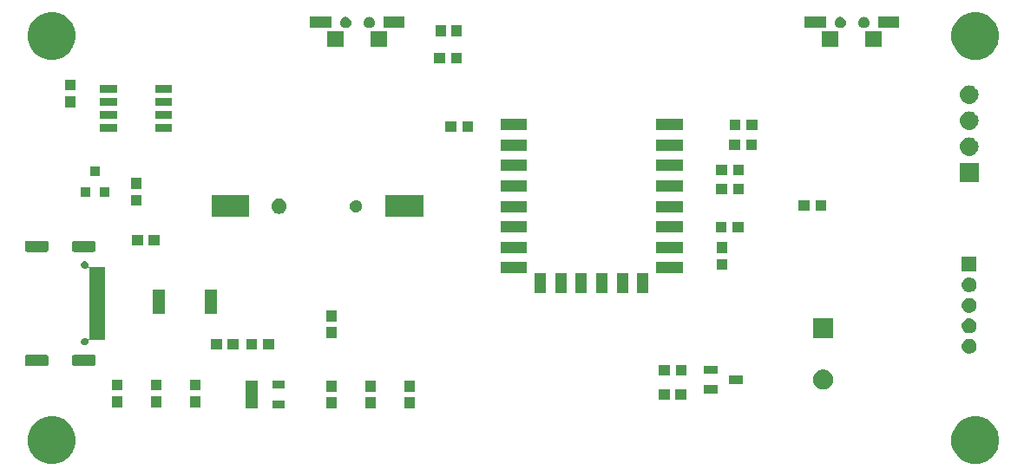
<source format=gbr>
G04 #@! TF.GenerationSoftware,KiCad,Pcbnew,(5.1.4)-1*
G04 #@! TF.CreationDate,2019-12-25T11:40:05+08:00*
G04 #@! TF.ProjectId,matrix_control_main,6d617472-6978-45f6-936f-6e74726f6c5f,rev?*
G04 #@! TF.SameCoordinates,Original*
G04 #@! TF.FileFunction,Soldermask,Top*
G04 #@! TF.FilePolarity,Negative*
%FSLAX46Y46*%
G04 Gerber Fmt 4.6, Leading zero omitted, Abs format (unit mm)*
G04 Created by KiCad (PCBNEW (5.1.4)-1) date 2019-12-25 11:40:05*
%MOMM*%
%LPD*%
G04 APERTURE LIST*
%ADD10C,0.100000*%
G04 APERTURE END LIST*
D10*
G36*
X175279927Y-119078578D02*
G01*
X175455643Y-119151362D01*
X175704143Y-119254294D01*
X176085926Y-119509394D01*
X176410606Y-119834074D01*
X176665706Y-120215857D01*
X176768638Y-120464357D01*
X176841422Y-120640073D01*
X176931000Y-121090415D01*
X176931000Y-121549585D01*
X176841422Y-121999927D01*
X176768638Y-122175643D01*
X176665706Y-122424143D01*
X176410606Y-122805926D01*
X176085926Y-123130606D01*
X175704143Y-123385706D01*
X175455643Y-123488638D01*
X175279927Y-123561422D01*
X174829585Y-123651000D01*
X174370415Y-123651000D01*
X173920073Y-123561422D01*
X173744357Y-123488638D01*
X173495857Y-123385706D01*
X173114074Y-123130606D01*
X172789394Y-122805926D01*
X172534294Y-122424143D01*
X172431362Y-122175643D01*
X172358578Y-121999927D01*
X172269000Y-121549585D01*
X172269000Y-121090415D01*
X172358578Y-120640073D01*
X172431362Y-120464357D01*
X172534294Y-120215857D01*
X172789394Y-119834074D01*
X173114074Y-119509394D01*
X173495857Y-119254294D01*
X173744357Y-119151362D01*
X173920073Y-119078578D01*
X174370415Y-118989000D01*
X174829585Y-118989000D01*
X175279927Y-119078578D01*
X175279927Y-119078578D01*
G37*
G36*
X85179927Y-119078578D02*
G01*
X85355643Y-119151362D01*
X85604143Y-119254294D01*
X85985926Y-119509394D01*
X86310606Y-119834074D01*
X86565706Y-120215857D01*
X86668638Y-120464357D01*
X86741422Y-120640073D01*
X86831000Y-121090415D01*
X86831000Y-121549585D01*
X86741422Y-121999927D01*
X86668638Y-122175643D01*
X86565706Y-122424143D01*
X86310606Y-122805926D01*
X85985926Y-123130606D01*
X85604143Y-123385706D01*
X85355643Y-123488638D01*
X85179927Y-123561422D01*
X84729585Y-123651000D01*
X84270415Y-123651000D01*
X83820073Y-123561422D01*
X83644357Y-123488638D01*
X83395857Y-123385706D01*
X83014074Y-123130606D01*
X82689394Y-122805926D01*
X82434294Y-122424143D01*
X82331362Y-122175643D01*
X82258578Y-121999927D01*
X82169000Y-121549585D01*
X82169000Y-121090415D01*
X82258578Y-120640073D01*
X82331362Y-120464357D01*
X82434294Y-120215857D01*
X82689394Y-119834074D01*
X83014074Y-119509394D01*
X83395857Y-119254294D01*
X83644357Y-119151362D01*
X83820073Y-119078578D01*
X84270415Y-118989000D01*
X84729585Y-118989000D01*
X85179927Y-119078578D01*
X85179927Y-119078578D01*
G37*
G36*
X112271000Y-118193500D02*
G01*
X111249000Y-118193500D01*
X111249000Y-117126500D01*
X112271000Y-117126500D01*
X112271000Y-118193500D01*
X112271000Y-118193500D01*
G37*
G36*
X116081000Y-118193500D02*
G01*
X115059000Y-118193500D01*
X115059000Y-117126500D01*
X116081000Y-117126500D01*
X116081000Y-118193500D01*
X116081000Y-118193500D01*
G37*
G36*
X119891000Y-118193500D02*
G01*
X118869000Y-118193500D01*
X118869000Y-117126500D01*
X119891000Y-117126500D01*
X119891000Y-118193500D01*
X119891000Y-118193500D01*
G37*
G36*
X107189400Y-118183780D02*
G01*
X106027400Y-118183780D01*
X106027400Y-117431780D01*
X107189400Y-117431780D01*
X107189400Y-118183780D01*
X107189400Y-118183780D01*
G37*
G36*
X104589400Y-118183780D02*
G01*
X103427400Y-118183780D01*
X103427400Y-115531780D01*
X104589400Y-115531780D01*
X104589400Y-118183780D01*
X104589400Y-118183780D01*
G37*
G36*
X95191000Y-118083500D02*
G01*
X94169000Y-118083500D01*
X94169000Y-117016500D01*
X95191000Y-117016500D01*
X95191000Y-118083500D01*
X95191000Y-118083500D01*
G37*
G36*
X91381000Y-118083500D02*
G01*
X90359000Y-118083500D01*
X90359000Y-117016500D01*
X91381000Y-117016500D01*
X91381000Y-118083500D01*
X91381000Y-118083500D01*
G37*
G36*
X99001000Y-118083500D02*
G01*
X97979000Y-118083500D01*
X97979000Y-117016500D01*
X99001000Y-117016500D01*
X99001000Y-118083500D01*
X99001000Y-118083500D01*
G37*
G36*
X144764860Y-117396720D02*
G01*
X143697860Y-117396720D01*
X143697860Y-116374720D01*
X144764860Y-116374720D01*
X144764860Y-117396720D01*
X144764860Y-117396720D01*
G37*
G36*
X146404860Y-117396720D02*
G01*
X145337860Y-117396720D01*
X145337860Y-116374720D01*
X146404860Y-116374720D01*
X146404860Y-117396720D01*
X146404860Y-117396720D01*
G37*
G36*
X149418080Y-116755900D02*
G01*
X148066080Y-116755900D01*
X148066080Y-115953900D01*
X149418080Y-115953900D01*
X149418080Y-116755900D01*
X149418080Y-116755900D01*
G37*
G36*
X112271000Y-116553500D02*
G01*
X111249000Y-116553500D01*
X111249000Y-115486500D01*
X112271000Y-115486500D01*
X112271000Y-116553500D01*
X112271000Y-116553500D01*
G37*
G36*
X119891000Y-116553500D02*
G01*
X118869000Y-116553500D01*
X118869000Y-115486500D01*
X119891000Y-115486500D01*
X119891000Y-116553500D01*
X119891000Y-116553500D01*
G37*
G36*
X116081000Y-116553500D02*
G01*
X115059000Y-116553500D01*
X115059000Y-115486500D01*
X116081000Y-115486500D01*
X116081000Y-116553500D01*
X116081000Y-116553500D01*
G37*
G36*
X99001000Y-116443500D02*
G01*
X97979000Y-116443500D01*
X97979000Y-115376500D01*
X99001000Y-115376500D01*
X99001000Y-116443500D01*
X99001000Y-116443500D01*
G37*
G36*
X95191000Y-116443500D02*
G01*
X94169000Y-116443500D01*
X94169000Y-115376500D01*
X95191000Y-115376500D01*
X95191000Y-116443500D01*
X95191000Y-116443500D01*
G37*
G36*
X91381000Y-116443500D02*
G01*
X90359000Y-116443500D01*
X90359000Y-115376500D01*
X91381000Y-115376500D01*
X91381000Y-116443500D01*
X91381000Y-116443500D01*
G37*
G36*
X160027827Y-114447367D02*
G01*
X160027830Y-114447368D01*
X160027829Y-114447368D01*
X160205449Y-114520940D01*
X160205450Y-114520941D01*
X160365301Y-114627749D01*
X160501251Y-114763699D01*
X160562857Y-114855900D01*
X160608060Y-114923551D01*
X160619305Y-114950700D01*
X160681633Y-115101173D01*
X160719140Y-115289731D01*
X160719140Y-115481989D01*
X160681633Y-115670547D01*
X160681632Y-115670549D01*
X160608060Y-115848169D01*
X160608059Y-115848170D01*
X160501251Y-116008021D01*
X160365301Y-116143971D01*
X160232031Y-116233018D01*
X160205449Y-116250780D01*
X160125779Y-116283780D01*
X160027827Y-116324353D01*
X159839269Y-116361860D01*
X159647011Y-116361860D01*
X159458453Y-116324353D01*
X159360501Y-116283780D01*
X159280831Y-116250780D01*
X159254249Y-116233018D01*
X159120979Y-116143971D01*
X158985029Y-116008021D01*
X158878221Y-115848170D01*
X158878220Y-115848169D01*
X158804648Y-115670549D01*
X158804647Y-115670547D01*
X158767140Y-115481989D01*
X158767140Y-115289731D01*
X158804647Y-115101173D01*
X158866975Y-114950700D01*
X158878220Y-114923551D01*
X158923423Y-114855900D01*
X158985029Y-114763699D01*
X159120979Y-114627749D01*
X159280830Y-114520941D01*
X159280831Y-114520940D01*
X159458451Y-114447368D01*
X159458450Y-114447368D01*
X159458453Y-114447367D01*
X159647011Y-114409860D01*
X159839269Y-114409860D01*
X160027827Y-114447367D01*
X160027827Y-114447367D01*
G37*
G36*
X107189400Y-116283780D02*
G01*
X106027400Y-116283780D01*
X106027400Y-115531780D01*
X107189400Y-115531780D01*
X107189400Y-116283780D01*
X107189400Y-116283780D01*
G37*
G36*
X151918080Y-115805900D02*
G01*
X150566080Y-115805900D01*
X150566080Y-115003900D01*
X151918080Y-115003900D01*
X151918080Y-115805900D01*
X151918080Y-115805900D01*
G37*
G36*
X146448880Y-114950700D02*
G01*
X145381880Y-114950700D01*
X145381880Y-113928700D01*
X146448880Y-113928700D01*
X146448880Y-114950700D01*
X146448880Y-114950700D01*
G37*
G36*
X144808880Y-114950700D02*
G01*
X143741880Y-114950700D01*
X143741880Y-113928700D01*
X144808880Y-113928700D01*
X144808880Y-114950700D01*
X144808880Y-114950700D01*
G37*
G36*
X149418080Y-114855900D02*
G01*
X148066080Y-114855900D01*
X148066080Y-114053900D01*
X149418080Y-114053900D01*
X149418080Y-114855900D01*
X149418080Y-114855900D01*
G37*
G36*
X88599434Y-112978686D02*
G01*
X88639284Y-112990774D01*
X88675999Y-113010399D01*
X88708186Y-113036814D01*
X88734601Y-113069001D01*
X88754226Y-113105716D01*
X88766314Y-113145566D01*
X88771000Y-113193141D01*
X88771000Y-113856859D01*
X88766314Y-113904434D01*
X88754226Y-113944284D01*
X88734601Y-113980999D01*
X88708186Y-114013186D01*
X88675999Y-114039601D01*
X88639284Y-114059226D01*
X88599434Y-114071314D01*
X88551859Y-114076000D01*
X86688141Y-114076000D01*
X86640566Y-114071314D01*
X86600716Y-114059226D01*
X86564001Y-114039601D01*
X86531814Y-114013186D01*
X86505399Y-113980999D01*
X86485774Y-113944284D01*
X86473686Y-113904434D01*
X86469000Y-113856859D01*
X86469000Y-113193141D01*
X86473686Y-113145566D01*
X86485774Y-113105716D01*
X86505399Y-113069001D01*
X86531814Y-113036814D01*
X86564001Y-113010399D01*
X86600716Y-112990774D01*
X86640566Y-112978686D01*
X86688141Y-112974000D01*
X88551859Y-112974000D01*
X88599434Y-112978686D01*
X88599434Y-112978686D01*
G37*
G36*
X83999434Y-112978686D02*
G01*
X84039284Y-112990774D01*
X84075999Y-113010399D01*
X84108186Y-113036814D01*
X84134601Y-113069001D01*
X84154226Y-113105716D01*
X84166314Y-113145566D01*
X84171000Y-113193141D01*
X84171000Y-113856859D01*
X84166314Y-113904434D01*
X84154226Y-113944284D01*
X84134601Y-113980999D01*
X84108186Y-114013186D01*
X84075999Y-114039601D01*
X84039284Y-114059226D01*
X83999434Y-114071314D01*
X83951859Y-114076000D01*
X82088141Y-114076000D01*
X82040566Y-114071314D01*
X82000716Y-114059226D01*
X81964001Y-114039601D01*
X81931814Y-114013186D01*
X81905399Y-113980999D01*
X81885774Y-113944284D01*
X81873686Y-113904434D01*
X81869000Y-113856859D01*
X81869000Y-113193141D01*
X81873686Y-113145566D01*
X81885774Y-113105716D01*
X81905399Y-113069001D01*
X81931814Y-113036814D01*
X81964001Y-113010399D01*
X82000716Y-112990774D01*
X82040566Y-112978686D01*
X82088141Y-112974000D01*
X83951859Y-112974000D01*
X83999434Y-112978686D01*
X83999434Y-112978686D01*
G37*
G36*
X174061213Y-111417502D02*
G01*
X174132321Y-111424505D01*
X174269172Y-111466019D01*
X174269175Y-111466020D01*
X174395294Y-111533432D01*
X174505843Y-111624157D01*
X174596568Y-111734706D01*
X174663980Y-111860825D01*
X174663981Y-111860828D01*
X174705495Y-111997679D01*
X174719512Y-112140000D01*
X174705495Y-112282321D01*
X174664239Y-112418320D01*
X174663980Y-112419175D01*
X174596568Y-112545294D01*
X174505843Y-112655843D01*
X174395294Y-112746568D01*
X174269175Y-112813980D01*
X174269172Y-112813981D01*
X174132321Y-112855495D01*
X174061213Y-112862498D01*
X174025660Y-112866000D01*
X173954340Y-112866000D01*
X173918787Y-112862498D01*
X173847679Y-112855495D01*
X173710828Y-112813981D01*
X173710825Y-112813980D01*
X173584706Y-112746568D01*
X173474157Y-112655843D01*
X173383432Y-112545294D01*
X173316020Y-112419175D01*
X173315761Y-112418320D01*
X173274505Y-112282321D01*
X173260488Y-112140000D01*
X173274505Y-111997679D01*
X173316019Y-111860828D01*
X173316020Y-111860825D01*
X173383432Y-111734706D01*
X173474157Y-111624157D01*
X173584706Y-111533432D01*
X173710825Y-111466020D01*
X173710828Y-111466019D01*
X173847679Y-111424505D01*
X173918787Y-111417502D01*
X173954340Y-111414000D01*
X174025660Y-111414000D01*
X174061213Y-111417502D01*
X174061213Y-111417502D01*
G37*
G36*
X102717280Y-112418320D02*
G01*
X101650280Y-112418320D01*
X101650280Y-111396320D01*
X102717280Y-111396320D01*
X102717280Y-112418320D01*
X102717280Y-112418320D01*
G37*
G36*
X104541840Y-112418320D02*
G01*
X103474840Y-112418320D01*
X103474840Y-111396320D01*
X104541840Y-111396320D01*
X104541840Y-112418320D01*
X104541840Y-112418320D01*
G37*
G36*
X106181840Y-112418320D02*
G01*
X105114840Y-112418320D01*
X105114840Y-111396320D01*
X106181840Y-111396320D01*
X106181840Y-112418320D01*
X106181840Y-112418320D01*
G37*
G36*
X101077280Y-112418320D02*
G01*
X100010280Y-112418320D01*
X100010280Y-111396320D01*
X101077280Y-111396320D01*
X101077280Y-112418320D01*
X101077280Y-112418320D01*
G37*
G36*
X87803617Y-103841011D02*
G01*
X87869318Y-103868226D01*
X87928444Y-103907733D01*
X87978727Y-103958016D01*
X88018234Y-104017142D01*
X88045449Y-104082843D01*
X88059320Y-104152582D01*
X88059320Y-104223698D01*
X88054165Y-104249616D01*
X88051763Y-104274003D01*
X88054165Y-104298389D01*
X88061279Y-104321837D01*
X88072830Y-104343448D01*
X88088375Y-104362390D01*
X88107318Y-104377935D01*
X88128928Y-104389486D01*
X88152377Y-104396598D01*
X88176762Y-104399000D01*
X89651000Y-104399000D01*
X89651000Y-111501000D01*
X88179491Y-111501000D01*
X88155105Y-111503402D01*
X88131656Y-111510515D01*
X88110045Y-111522066D01*
X88091103Y-111537611D01*
X88075558Y-111556553D01*
X88064007Y-111578164D01*
X88056894Y-111601613D01*
X88054492Y-111625999D01*
X88056893Y-111650383D01*
X88059320Y-111662585D01*
X88059320Y-111733698D01*
X88045449Y-111803437D01*
X88018234Y-111869138D01*
X87978727Y-111928264D01*
X87928444Y-111978547D01*
X87869318Y-112018054D01*
X87803617Y-112045269D01*
X87733878Y-112059140D01*
X87662762Y-112059140D01*
X87593023Y-112045269D01*
X87527322Y-112018054D01*
X87468196Y-111978547D01*
X87417913Y-111928264D01*
X87378406Y-111869138D01*
X87351191Y-111803437D01*
X87337320Y-111733698D01*
X87337320Y-111662582D01*
X87351191Y-111592843D01*
X87378406Y-111527142D01*
X87417913Y-111468016D01*
X87468196Y-111417733D01*
X87527322Y-111378226D01*
X87593023Y-111351011D01*
X87662762Y-111337140D01*
X87733878Y-111337140D01*
X87803617Y-111351011D01*
X87869318Y-111378226D01*
X87928444Y-111417733D01*
X87935613Y-111424902D01*
X87954555Y-111440447D01*
X87976166Y-111451998D01*
X87999615Y-111459111D01*
X88024001Y-111461513D01*
X88048387Y-111459111D01*
X88071836Y-111451998D01*
X88093447Y-111440447D01*
X88112389Y-111424902D01*
X88127934Y-111405960D01*
X88139485Y-111384349D01*
X88146598Y-111360900D01*
X88149000Y-111336514D01*
X88149000Y-104549766D01*
X88146598Y-104525380D01*
X88139485Y-104501931D01*
X88127934Y-104480320D01*
X88112389Y-104461378D01*
X88093447Y-104445833D01*
X88071836Y-104434282D01*
X88048387Y-104427169D01*
X88024001Y-104424767D01*
X87999615Y-104427169D01*
X87976166Y-104434282D01*
X87954555Y-104445833D01*
X87935613Y-104461378D01*
X87928444Y-104468547D01*
X87869318Y-104508054D01*
X87803617Y-104535269D01*
X87733878Y-104549140D01*
X87662762Y-104549140D01*
X87593023Y-104535269D01*
X87527322Y-104508054D01*
X87468196Y-104468547D01*
X87417913Y-104418264D01*
X87378406Y-104359138D01*
X87351191Y-104293437D01*
X87337320Y-104223698D01*
X87337320Y-104152582D01*
X87351191Y-104082843D01*
X87378406Y-104017142D01*
X87417913Y-103958016D01*
X87468196Y-103907733D01*
X87527322Y-103868226D01*
X87593023Y-103841011D01*
X87662762Y-103827140D01*
X87733878Y-103827140D01*
X87803617Y-103841011D01*
X87803617Y-103841011D01*
G37*
G36*
X160719140Y-111361860D02*
G01*
X158767140Y-111361860D01*
X158767140Y-109409860D01*
X160719140Y-109409860D01*
X160719140Y-111361860D01*
X160719140Y-111361860D01*
G37*
G36*
X112271000Y-111353500D02*
G01*
X111249000Y-111353500D01*
X111249000Y-110286500D01*
X112271000Y-110286500D01*
X112271000Y-111353500D01*
X112271000Y-111353500D01*
G37*
G36*
X174061213Y-109417502D02*
G01*
X174132321Y-109424505D01*
X174269172Y-109466019D01*
X174269175Y-109466020D01*
X174395294Y-109533432D01*
X174505843Y-109624157D01*
X174596568Y-109734706D01*
X174663980Y-109860825D01*
X174663981Y-109860828D01*
X174705495Y-109997679D01*
X174719512Y-110140000D01*
X174705495Y-110282321D01*
X174704227Y-110286500D01*
X174663980Y-110419175D01*
X174596568Y-110545294D01*
X174505843Y-110655843D01*
X174395294Y-110746568D01*
X174269175Y-110813980D01*
X174269172Y-110813981D01*
X174132321Y-110855495D01*
X174061213Y-110862498D01*
X174025660Y-110866000D01*
X173954340Y-110866000D01*
X173918787Y-110862498D01*
X173847679Y-110855495D01*
X173710828Y-110813981D01*
X173710825Y-110813980D01*
X173584706Y-110746568D01*
X173474157Y-110655843D01*
X173383432Y-110545294D01*
X173316020Y-110419175D01*
X173275773Y-110286500D01*
X173274505Y-110282321D01*
X173260488Y-110140000D01*
X173274505Y-109997679D01*
X173316019Y-109860828D01*
X173316020Y-109860825D01*
X173383432Y-109734706D01*
X173474157Y-109624157D01*
X173584706Y-109533432D01*
X173710825Y-109466020D01*
X173710828Y-109466019D01*
X173847679Y-109424505D01*
X173918787Y-109417502D01*
X173954340Y-109414000D01*
X174025660Y-109414000D01*
X174061213Y-109417502D01*
X174061213Y-109417502D01*
G37*
G36*
X112271000Y-109713500D02*
G01*
X111249000Y-109713500D01*
X111249000Y-108646500D01*
X112271000Y-108646500D01*
X112271000Y-109713500D01*
X112271000Y-109713500D01*
G37*
G36*
X95518420Y-108993920D02*
G01*
X94316420Y-108993920D01*
X94316420Y-106641920D01*
X95518420Y-106641920D01*
X95518420Y-108993920D01*
X95518420Y-108993920D01*
G37*
G36*
X100618420Y-108993920D02*
G01*
X99416420Y-108993920D01*
X99416420Y-106641920D01*
X100618420Y-106641920D01*
X100618420Y-108993920D01*
X100618420Y-108993920D01*
G37*
G36*
X174061213Y-107417502D02*
G01*
X174132321Y-107424505D01*
X174269172Y-107466019D01*
X174269175Y-107466020D01*
X174395294Y-107533432D01*
X174505843Y-107624157D01*
X174596568Y-107734706D01*
X174663980Y-107860825D01*
X174663981Y-107860828D01*
X174705495Y-107997679D01*
X174719512Y-108140000D01*
X174705495Y-108282321D01*
X174663981Y-108419172D01*
X174663980Y-108419175D01*
X174596568Y-108545294D01*
X174505843Y-108655843D01*
X174395294Y-108746568D01*
X174269175Y-108813980D01*
X174269172Y-108813981D01*
X174132321Y-108855495D01*
X174061213Y-108862498D01*
X174025660Y-108866000D01*
X173954340Y-108866000D01*
X173918787Y-108862498D01*
X173847679Y-108855495D01*
X173710828Y-108813981D01*
X173710825Y-108813980D01*
X173584706Y-108746568D01*
X173474157Y-108655843D01*
X173383432Y-108545294D01*
X173316020Y-108419175D01*
X173316019Y-108419172D01*
X173274505Y-108282321D01*
X173260488Y-108140000D01*
X173274505Y-107997679D01*
X173316019Y-107860828D01*
X173316020Y-107860825D01*
X173383432Y-107734706D01*
X173474157Y-107624157D01*
X173584706Y-107533432D01*
X173710825Y-107466020D01*
X173710828Y-107466019D01*
X173847679Y-107424505D01*
X173918787Y-107417502D01*
X173954340Y-107414000D01*
X174025660Y-107414000D01*
X174061213Y-107417502D01*
X174061213Y-107417502D01*
G37*
G36*
X134711000Y-106931000D02*
G01*
X133609000Y-106931000D01*
X133609000Y-105029000D01*
X134711000Y-105029000D01*
X134711000Y-106931000D01*
X134711000Y-106931000D01*
G37*
G36*
X142711000Y-106931000D02*
G01*
X141609000Y-106931000D01*
X141609000Y-105029000D01*
X142711000Y-105029000D01*
X142711000Y-106931000D01*
X142711000Y-106931000D01*
G37*
G36*
X140711000Y-106931000D02*
G01*
X139609000Y-106931000D01*
X139609000Y-105029000D01*
X140711000Y-105029000D01*
X140711000Y-106931000D01*
X140711000Y-106931000D01*
G37*
G36*
X138711000Y-106931000D02*
G01*
X137609000Y-106931000D01*
X137609000Y-105029000D01*
X138711000Y-105029000D01*
X138711000Y-106931000D01*
X138711000Y-106931000D01*
G37*
G36*
X136711000Y-106931000D02*
G01*
X135609000Y-106931000D01*
X135609000Y-105029000D01*
X136711000Y-105029000D01*
X136711000Y-106931000D01*
X136711000Y-106931000D01*
G37*
G36*
X132711000Y-106931000D02*
G01*
X131609000Y-106931000D01*
X131609000Y-105029000D01*
X132711000Y-105029000D01*
X132711000Y-106931000D01*
X132711000Y-106931000D01*
G37*
G36*
X174061213Y-105417502D02*
G01*
X174132321Y-105424505D01*
X174269172Y-105466019D01*
X174269175Y-105466020D01*
X174395294Y-105533432D01*
X174505843Y-105624157D01*
X174596568Y-105734706D01*
X174663980Y-105860825D01*
X174663981Y-105860828D01*
X174705495Y-105997679D01*
X174719512Y-106140000D01*
X174705495Y-106282321D01*
X174663981Y-106419172D01*
X174663980Y-106419175D01*
X174596568Y-106545294D01*
X174505843Y-106655843D01*
X174395294Y-106746568D01*
X174269175Y-106813980D01*
X174269172Y-106813981D01*
X174132321Y-106855495D01*
X174061213Y-106862498D01*
X174025660Y-106866000D01*
X173954340Y-106866000D01*
X173918787Y-106862498D01*
X173847679Y-106855495D01*
X173710828Y-106813981D01*
X173710825Y-106813980D01*
X173584706Y-106746568D01*
X173474157Y-106655843D01*
X173383432Y-106545294D01*
X173316020Y-106419175D01*
X173316019Y-106419172D01*
X173274505Y-106282321D01*
X173260488Y-106140000D01*
X173274505Y-105997679D01*
X173316019Y-105860828D01*
X173316020Y-105860825D01*
X173383432Y-105734706D01*
X173474157Y-105624157D01*
X173584706Y-105533432D01*
X173710825Y-105466020D01*
X173710828Y-105466019D01*
X173847679Y-105424505D01*
X173918787Y-105417502D01*
X173954340Y-105414000D01*
X174025660Y-105414000D01*
X174061213Y-105417502D01*
X174061213Y-105417502D01*
G37*
G36*
X130861000Y-105031000D02*
G01*
X128259000Y-105031000D01*
X128259000Y-103929000D01*
X130861000Y-103929000D01*
X130861000Y-105031000D01*
X130861000Y-105031000D01*
G37*
G36*
X146061000Y-105031000D02*
G01*
X143459000Y-105031000D01*
X143459000Y-103929000D01*
X146061000Y-103929000D01*
X146061000Y-105031000D01*
X146061000Y-105031000D01*
G37*
G36*
X174716000Y-104866000D02*
G01*
X173264000Y-104866000D01*
X173264000Y-103414000D01*
X174716000Y-103414000D01*
X174716000Y-104866000D01*
X174716000Y-104866000D01*
G37*
G36*
X150371000Y-104673500D02*
G01*
X149349000Y-104673500D01*
X149349000Y-103606500D01*
X150371000Y-103606500D01*
X150371000Y-104673500D01*
X150371000Y-104673500D01*
G37*
G36*
X150371000Y-103033500D02*
G01*
X149349000Y-103033500D01*
X149349000Y-101966500D01*
X150371000Y-101966500D01*
X150371000Y-103033500D01*
X150371000Y-103033500D01*
G37*
G36*
X130861000Y-103031000D02*
G01*
X128259000Y-103031000D01*
X128259000Y-101929000D01*
X130861000Y-101929000D01*
X130861000Y-103031000D01*
X130861000Y-103031000D01*
G37*
G36*
X146061000Y-103031000D02*
G01*
X143459000Y-103031000D01*
X143459000Y-101929000D01*
X146061000Y-101929000D01*
X146061000Y-103031000D01*
X146061000Y-103031000D01*
G37*
G36*
X88599434Y-101828686D02*
G01*
X88639284Y-101840774D01*
X88675999Y-101860399D01*
X88708186Y-101886814D01*
X88734601Y-101919001D01*
X88754226Y-101955716D01*
X88766314Y-101995566D01*
X88771000Y-102043141D01*
X88771000Y-102706859D01*
X88766314Y-102754434D01*
X88754226Y-102794284D01*
X88734601Y-102830999D01*
X88708186Y-102863186D01*
X88675999Y-102889601D01*
X88639284Y-102909226D01*
X88599434Y-102921314D01*
X88551859Y-102926000D01*
X86688141Y-102926000D01*
X86640566Y-102921314D01*
X86600716Y-102909226D01*
X86564001Y-102889601D01*
X86531814Y-102863186D01*
X86505399Y-102830999D01*
X86485774Y-102794284D01*
X86473686Y-102754434D01*
X86469000Y-102706859D01*
X86469000Y-102043141D01*
X86473686Y-101995566D01*
X86485774Y-101955716D01*
X86505399Y-101919001D01*
X86531814Y-101886814D01*
X86564001Y-101860399D01*
X86600716Y-101840774D01*
X86640566Y-101828686D01*
X86688141Y-101824000D01*
X88551859Y-101824000D01*
X88599434Y-101828686D01*
X88599434Y-101828686D01*
G37*
G36*
X83999434Y-101828686D02*
G01*
X84039284Y-101840774D01*
X84075999Y-101860399D01*
X84108186Y-101886814D01*
X84134601Y-101919001D01*
X84154226Y-101955716D01*
X84166314Y-101995566D01*
X84171000Y-102043141D01*
X84171000Y-102706859D01*
X84166314Y-102754434D01*
X84154226Y-102794284D01*
X84134601Y-102830999D01*
X84108186Y-102863186D01*
X84075999Y-102889601D01*
X84039284Y-102909226D01*
X83999434Y-102921314D01*
X83951859Y-102926000D01*
X82088141Y-102926000D01*
X82040566Y-102921314D01*
X82000716Y-102909226D01*
X81964001Y-102889601D01*
X81931814Y-102863186D01*
X81905399Y-102830999D01*
X81885774Y-102794284D01*
X81873686Y-102754434D01*
X81869000Y-102706859D01*
X81869000Y-102043141D01*
X81873686Y-101995566D01*
X81885774Y-101955716D01*
X81905399Y-101919001D01*
X81931814Y-101886814D01*
X81964001Y-101860399D01*
X82000716Y-101840774D01*
X82040566Y-101828686D01*
X82088141Y-101824000D01*
X83951859Y-101824000D01*
X83999434Y-101828686D01*
X83999434Y-101828686D01*
G37*
G36*
X95018120Y-102265940D02*
G01*
X93951120Y-102265940D01*
X93951120Y-101243940D01*
X95018120Y-101243940D01*
X95018120Y-102265940D01*
X95018120Y-102265940D01*
G37*
G36*
X93378120Y-102265940D02*
G01*
X92311120Y-102265940D01*
X92311120Y-101243940D01*
X93378120Y-101243940D01*
X93378120Y-102265940D01*
X93378120Y-102265940D01*
G37*
G36*
X130861000Y-101031000D02*
G01*
X128259000Y-101031000D01*
X128259000Y-99929000D01*
X130861000Y-99929000D01*
X130861000Y-101031000D01*
X130861000Y-101031000D01*
G37*
G36*
X146061000Y-101031000D02*
G01*
X143459000Y-101031000D01*
X143459000Y-99929000D01*
X146061000Y-99929000D01*
X146061000Y-101031000D01*
X146061000Y-101031000D01*
G37*
G36*
X150327880Y-100998480D02*
G01*
X149260880Y-100998480D01*
X149260880Y-99976480D01*
X150327880Y-99976480D01*
X150327880Y-100998480D01*
X150327880Y-100998480D01*
G37*
G36*
X151967880Y-100998480D02*
G01*
X150900880Y-100998480D01*
X150900880Y-99976480D01*
X151967880Y-99976480D01*
X151967880Y-100998480D01*
X151967880Y-100998480D01*
G37*
G36*
X120759720Y-99514100D02*
G01*
X117057720Y-99514100D01*
X117057720Y-97412100D01*
X120759720Y-97412100D01*
X120759720Y-99514100D01*
X120759720Y-99514100D01*
G37*
G36*
X103759720Y-99514100D02*
G01*
X100057720Y-99514100D01*
X100057720Y-97412100D01*
X103759720Y-97412100D01*
X103759720Y-99514100D01*
X103759720Y-99514100D01*
G37*
G36*
X106877779Y-97740960D02*
G01*
X107014452Y-97797572D01*
X107137455Y-97879760D01*
X107242060Y-97984365D01*
X107324248Y-98107368D01*
X107380860Y-98244041D01*
X107409720Y-98389133D01*
X107409720Y-98537067D01*
X107380860Y-98682159D01*
X107324248Y-98818832D01*
X107242060Y-98941835D01*
X107137455Y-99046440D01*
X107014452Y-99128628D01*
X107014451Y-99128629D01*
X107014450Y-99128629D01*
X106877779Y-99185240D01*
X106732688Y-99214100D01*
X106584752Y-99214100D01*
X106439661Y-99185240D01*
X106302990Y-99128629D01*
X106302989Y-99128629D01*
X106302988Y-99128628D01*
X106179985Y-99046440D01*
X106075380Y-98941835D01*
X105993192Y-98818832D01*
X105936580Y-98682159D01*
X105907720Y-98537067D01*
X105907720Y-98389133D01*
X105936580Y-98244041D01*
X105993192Y-98107368D01*
X106075380Y-97984365D01*
X106179985Y-97879760D01*
X106302988Y-97797572D01*
X106439661Y-97740960D01*
X106584752Y-97712100D01*
X106732688Y-97712100D01*
X106877779Y-97740960D01*
X106877779Y-97740960D01*
G37*
G36*
X114295321Y-97877497D02*
G01*
X114334025Y-97885196D01*
X114366060Y-97898465D01*
X114443400Y-97930500D01*
X114541835Y-97996273D01*
X114625547Y-98079985D01*
X114691320Y-98178420D01*
X114736624Y-98287796D01*
X114759720Y-98403905D01*
X114759720Y-98522295D01*
X114736624Y-98638404D01*
X114691320Y-98747780D01*
X114625547Y-98846215D01*
X114541835Y-98929927D01*
X114443400Y-98995700D01*
X114366060Y-99027735D01*
X114334025Y-99041004D01*
X114306696Y-99046440D01*
X114217915Y-99064100D01*
X114099525Y-99064100D01*
X114010744Y-99046440D01*
X113983415Y-99041004D01*
X113951380Y-99027735D01*
X113874040Y-98995700D01*
X113775605Y-98929927D01*
X113691893Y-98846215D01*
X113626120Y-98747780D01*
X113580816Y-98638404D01*
X113557720Y-98522295D01*
X113557720Y-98403905D01*
X113580816Y-98287796D01*
X113626120Y-98178420D01*
X113691893Y-98079985D01*
X113775605Y-97996273D01*
X113874040Y-97930500D01*
X113951380Y-97898465D01*
X113983415Y-97885196D01*
X114022119Y-97877497D01*
X114099525Y-97862100D01*
X114217915Y-97862100D01*
X114295321Y-97877497D01*
X114295321Y-97877497D01*
G37*
G36*
X146061000Y-99031000D02*
G01*
X143459000Y-99031000D01*
X143459000Y-97929000D01*
X146061000Y-97929000D01*
X146061000Y-99031000D01*
X146061000Y-99031000D01*
G37*
G36*
X130861000Y-99031000D02*
G01*
X128259000Y-99031000D01*
X128259000Y-97929000D01*
X130861000Y-97929000D01*
X130861000Y-99031000D01*
X130861000Y-99031000D01*
G37*
G36*
X158427940Y-98887740D02*
G01*
X157360940Y-98887740D01*
X157360940Y-97865740D01*
X158427940Y-97865740D01*
X158427940Y-98887740D01*
X158427940Y-98887740D01*
G37*
G36*
X160067940Y-98887740D02*
G01*
X159000940Y-98887740D01*
X159000940Y-97865740D01*
X160067940Y-97865740D01*
X160067940Y-98887740D01*
X160067940Y-98887740D01*
G37*
G36*
X93215920Y-98417480D02*
G01*
X92193920Y-98417480D01*
X92193920Y-97350480D01*
X93215920Y-97350480D01*
X93215920Y-98417480D01*
X93215920Y-98417480D01*
G37*
G36*
X90113090Y-97524770D02*
G01*
X89210990Y-97524770D01*
X89210990Y-96622670D01*
X90113090Y-96622670D01*
X90113090Y-97524770D01*
X90113090Y-97524770D01*
G37*
G36*
X88213090Y-97524770D02*
G01*
X87310990Y-97524770D01*
X87310990Y-96622670D01*
X88213090Y-96622670D01*
X88213090Y-97524770D01*
X88213090Y-97524770D01*
G37*
G36*
X150396880Y-97333260D02*
G01*
X149329880Y-97333260D01*
X149329880Y-96311260D01*
X150396880Y-96311260D01*
X150396880Y-97333260D01*
X150396880Y-97333260D01*
G37*
G36*
X152036880Y-97333260D02*
G01*
X150969880Y-97333260D01*
X150969880Y-96311260D01*
X152036880Y-96311260D01*
X152036880Y-97333260D01*
X152036880Y-97333260D01*
G37*
G36*
X130861000Y-97031000D02*
G01*
X128259000Y-97031000D01*
X128259000Y-95929000D01*
X130861000Y-95929000D01*
X130861000Y-97031000D01*
X130861000Y-97031000D01*
G37*
G36*
X146061000Y-97031000D02*
G01*
X143459000Y-97031000D01*
X143459000Y-95929000D01*
X146061000Y-95929000D01*
X146061000Y-97031000D01*
X146061000Y-97031000D01*
G37*
G36*
X93215920Y-96777480D02*
G01*
X92193920Y-96777480D01*
X92193920Y-95710480D01*
X93215920Y-95710480D01*
X93215920Y-96777480D01*
X93215920Y-96777480D01*
G37*
G36*
X174903700Y-96082420D02*
G01*
X173101700Y-96082420D01*
X173101700Y-94280420D01*
X174903700Y-94280420D01*
X174903700Y-96082420D01*
X174903700Y-96082420D01*
G37*
G36*
X89163090Y-95525790D02*
G01*
X88260990Y-95525790D01*
X88260990Y-94623690D01*
X89163090Y-94623690D01*
X89163090Y-95525790D01*
X89163090Y-95525790D01*
G37*
G36*
X152028840Y-95438420D02*
G01*
X150961840Y-95438420D01*
X150961840Y-94416420D01*
X152028840Y-94416420D01*
X152028840Y-95438420D01*
X152028840Y-95438420D01*
G37*
G36*
X150388840Y-95438420D02*
G01*
X149321840Y-95438420D01*
X149321840Y-94416420D01*
X150388840Y-94416420D01*
X150388840Y-95438420D01*
X150388840Y-95438420D01*
G37*
G36*
X130861000Y-95031000D02*
G01*
X128259000Y-95031000D01*
X128259000Y-93929000D01*
X130861000Y-93929000D01*
X130861000Y-95031000D01*
X130861000Y-95031000D01*
G37*
G36*
X146061000Y-95031000D02*
G01*
X143459000Y-95031000D01*
X143459000Y-93929000D01*
X146061000Y-93929000D01*
X146061000Y-95031000D01*
X146061000Y-95031000D01*
G37*
G36*
X174113142Y-91746938D02*
G01*
X174179327Y-91753457D01*
X174349166Y-91804977D01*
X174505691Y-91888642D01*
X174541429Y-91917972D01*
X174642886Y-92001234D01*
X174726148Y-92102691D01*
X174755478Y-92138429D01*
X174839143Y-92294954D01*
X174890663Y-92464793D01*
X174908059Y-92641420D01*
X174890663Y-92818047D01*
X174839143Y-92987886D01*
X174755478Y-93144411D01*
X174726148Y-93180149D01*
X174642886Y-93281606D01*
X174541429Y-93364868D01*
X174505691Y-93394198D01*
X174349166Y-93477863D01*
X174179327Y-93529383D01*
X174113143Y-93535901D01*
X174046960Y-93542420D01*
X173958440Y-93542420D01*
X173892257Y-93535901D01*
X173826073Y-93529383D01*
X173656234Y-93477863D01*
X173499709Y-93394198D01*
X173463971Y-93364868D01*
X173362514Y-93281606D01*
X173279252Y-93180149D01*
X173249922Y-93144411D01*
X173166257Y-92987886D01*
X173114737Y-92818047D01*
X173097341Y-92641420D01*
X173114737Y-92464793D01*
X173166257Y-92294954D01*
X173249922Y-92138429D01*
X173279252Y-92102691D01*
X173362514Y-92001234D01*
X173463971Y-91917972D01*
X173499709Y-91888642D01*
X173656234Y-91804977D01*
X173826073Y-91753457D01*
X173892257Y-91746939D01*
X173958440Y-91740420D01*
X174046960Y-91740420D01*
X174113142Y-91746938D01*
X174113142Y-91746938D01*
G37*
G36*
X130861000Y-93031000D02*
G01*
X128259000Y-93031000D01*
X128259000Y-91929000D01*
X130861000Y-91929000D01*
X130861000Y-93031000D01*
X130861000Y-93031000D01*
G37*
G36*
X146061000Y-93031000D02*
G01*
X143459000Y-93031000D01*
X143459000Y-91929000D01*
X146061000Y-91929000D01*
X146061000Y-93031000D01*
X146061000Y-93031000D01*
G37*
G36*
X153298840Y-92954300D02*
G01*
X152231840Y-92954300D01*
X152231840Y-91932300D01*
X153298840Y-91932300D01*
X153298840Y-92954300D01*
X153298840Y-92954300D01*
G37*
G36*
X151658840Y-92954300D02*
G01*
X150591840Y-92954300D01*
X150591840Y-91932300D01*
X151658840Y-91932300D01*
X151658840Y-92954300D01*
X151658840Y-92954300D01*
G37*
G36*
X123957600Y-91199160D02*
G01*
X122890600Y-91199160D01*
X122890600Y-90177160D01*
X123957600Y-90177160D01*
X123957600Y-91199160D01*
X123957600Y-91199160D01*
G37*
G36*
X125597600Y-91199160D02*
G01*
X124530600Y-91199160D01*
X124530600Y-90177160D01*
X125597600Y-90177160D01*
X125597600Y-91199160D01*
X125597600Y-91199160D01*
G37*
G36*
X96236000Y-91156000D02*
G01*
X94584000Y-91156000D01*
X94584000Y-90454000D01*
X96236000Y-90454000D01*
X96236000Y-91156000D01*
X96236000Y-91156000D01*
G37*
G36*
X90836000Y-91156000D02*
G01*
X89184000Y-91156000D01*
X89184000Y-90454000D01*
X90836000Y-90454000D01*
X90836000Y-91156000D01*
X90836000Y-91156000D01*
G37*
G36*
X146061000Y-91031000D02*
G01*
X143459000Y-91031000D01*
X143459000Y-89929000D01*
X146061000Y-89929000D01*
X146061000Y-91031000D01*
X146061000Y-91031000D01*
G37*
G36*
X130861000Y-91031000D02*
G01*
X128259000Y-91031000D01*
X128259000Y-89929000D01*
X130861000Y-89929000D01*
X130861000Y-91031000D01*
X130861000Y-91031000D01*
G37*
G36*
X174113143Y-89206939D02*
G01*
X174179327Y-89213457D01*
X174349166Y-89264977D01*
X174505691Y-89348642D01*
X174541429Y-89377972D01*
X174642886Y-89461234D01*
X174726148Y-89562691D01*
X174755478Y-89598429D01*
X174839143Y-89754954D01*
X174890663Y-89924793D01*
X174908059Y-90101420D01*
X174890663Y-90278047D01*
X174839143Y-90447886D01*
X174755478Y-90604411D01*
X174726148Y-90640149D01*
X174642886Y-90741606D01*
X174541429Y-90824868D01*
X174505691Y-90854198D01*
X174349166Y-90937863D01*
X174179327Y-90989383D01*
X174113143Y-90995901D01*
X174046960Y-91002420D01*
X173958440Y-91002420D01*
X173892257Y-90995901D01*
X173826073Y-90989383D01*
X173656234Y-90937863D01*
X173499709Y-90854198D01*
X173463971Y-90824868D01*
X173362514Y-90741606D01*
X173279252Y-90640149D01*
X173249922Y-90604411D01*
X173166257Y-90447886D01*
X173114737Y-90278047D01*
X173097341Y-90101420D01*
X173114737Y-89924793D01*
X173166257Y-89754954D01*
X173249922Y-89598429D01*
X173279252Y-89562691D01*
X173362514Y-89461234D01*
X173463971Y-89377972D01*
X173499709Y-89348642D01*
X173656234Y-89264977D01*
X173826073Y-89213457D01*
X173892258Y-89206938D01*
X173958440Y-89200420D01*
X174046960Y-89200420D01*
X174113143Y-89206939D01*
X174113143Y-89206939D01*
G37*
G36*
X151684240Y-90990880D02*
G01*
X150617240Y-90990880D01*
X150617240Y-89968880D01*
X151684240Y-89968880D01*
X151684240Y-90990880D01*
X151684240Y-90990880D01*
G37*
G36*
X153324240Y-90990880D02*
G01*
X152257240Y-90990880D01*
X152257240Y-89968880D01*
X153324240Y-89968880D01*
X153324240Y-90990880D01*
X153324240Y-90990880D01*
G37*
G36*
X96236000Y-89886000D02*
G01*
X94584000Y-89886000D01*
X94584000Y-89184000D01*
X96236000Y-89184000D01*
X96236000Y-89886000D01*
X96236000Y-89886000D01*
G37*
G36*
X90836000Y-89886000D02*
G01*
X89184000Y-89886000D01*
X89184000Y-89184000D01*
X90836000Y-89184000D01*
X90836000Y-89886000D01*
X90836000Y-89886000D01*
G37*
G36*
X86799880Y-88785800D02*
G01*
X85777880Y-88785800D01*
X85777880Y-87718800D01*
X86799880Y-87718800D01*
X86799880Y-88785800D01*
X86799880Y-88785800D01*
G37*
G36*
X96236000Y-88616000D02*
G01*
X94584000Y-88616000D01*
X94584000Y-87914000D01*
X96236000Y-87914000D01*
X96236000Y-88616000D01*
X96236000Y-88616000D01*
G37*
G36*
X90836000Y-88616000D02*
G01*
X89184000Y-88616000D01*
X89184000Y-87914000D01*
X90836000Y-87914000D01*
X90836000Y-88616000D01*
X90836000Y-88616000D01*
G37*
G36*
X174113142Y-86666938D02*
G01*
X174179327Y-86673457D01*
X174349166Y-86724977D01*
X174505691Y-86808642D01*
X174541429Y-86837972D01*
X174642886Y-86921234D01*
X174726148Y-87022691D01*
X174755478Y-87058429D01*
X174839143Y-87214954D01*
X174890663Y-87384793D01*
X174908059Y-87561420D01*
X174890663Y-87738047D01*
X174839143Y-87907886D01*
X174755478Y-88064411D01*
X174726148Y-88100149D01*
X174642886Y-88201606D01*
X174541429Y-88284868D01*
X174505691Y-88314198D01*
X174349166Y-88397863D01*
X174179327Y-88449383D01*
X174113142Y-88455902D01*
X174046960Y-88462420D01*
X173958440Y-88462420D01*
X173892258Y-88455902D01*
X173826073Y-88449383D01*
X173656234Y-88397863D01*
X173499709Y-88314198D01*
X173463971Y-88284868D01*
X173362514Y-88201606D01*
X173279252Y-88100149D01*
X173249922Y-88064411D01*
X173166257Y-87907886D01*
X173114737Y-87738047D01*
X173097341Y-87561420D01*
X173114737Y-87384793D01*
X173166257Y-87214954D01*
X173249922Y-87058429D01*
X173279252Y-87022691D01*
X173362514Y-86921234D01*
X173463971Y-86837972D01*
X173499709Y-86808642D01*
X173656234Y-86724977D01*
X173826073Y-86673457D01*
X173892258Y-86666938D01*
X173958440Y-86660420D01*
X174046960Y-86660420D01*
X174113142Y-86666938D01*
X174113142Y-86666938D01*
G37*
G36*
X96236000Y-87346000D02*
G01*
X94584000Y-87346000D01*
X94584000Y-86644000D01*
X96236000Y-86644000D01*
X96236000Y-87346000D01*
X96236000Y-87346000D01*
G37*
G36*
X90836000Y-87346000D02*
G01*
X89184000Y-87346000D01*
X89184000Y-86644000D01*
X90836000Y-86644000D01*
X90836000Y-87346000D01*
X90836000Y-87346000D01*
G37*
G36*
X86799880Y-87145800D02*
G01*
X85777880Y-87145800D01*
X85777880Y-86078800D01*
X86799880Y-86078800D01*
X86799880Y-87145800D01*
X86799880Y-87145800D01*
G37*
G36*
X122878100Y-84498640D02*
G01*
X121811100Y-84498640D01*
X121811100Y-83476640D01*
X122878100Y-83476640D01*
X122878100Y-84498640D01*
X122878100Y-84498640D01*
G37*
G36*
X124518100Y-84498640D02*
G01*
X123451100Y-84498640D01*
X123451100Y-83476640D01*
X124518100Y-83476640D01*
X124518100Y-84498640D01*
X124518100Y-84498640D01*
G37*
G36*
X175279927Y-79578578D02*
G01*
X175455643Y-79651362D01*
X175704143Y-79754294D01*
X176085926Y-80009394D01*
X176410606Y-80334074D01*
X176665706Y-80715857D01*
X176758462Y-80939790D01*
X176841422Y-81140073D01*
X176931000Y-81590415D01*
X176931000Y-82049585D01*
X176841422Y-82499927D01*
X176768638Y-82675643D01*
X176665706Y-82924143D01*
X176410606Y-83305926D01*
X176085926Y-83630606D01*
X175704143Y-83885706D01*
X175455643Y-83988638D01*
X175279927Y-84061422D01*
X174829585Y-84151000D01*
X174370415Y-84151000D01*
X173920073Y-84061422D01*
X173744357Y-83988638D01*
X173495857Y-83885706D01*
X173114074Y-83630606D01*
X172789394Y-83305926D01*
X172534294Y-82924143D01*
X172431362Y-82675643D01*
X172358578Y-82499927D01*
X172269000Y-82049585D01*
X172269000Y-81590415D01*
X172358578Y-81140073D01*
X172441538Y-80939790D01*
X172534294Y-80715857D01*
X172789394Y-80334074D01*
X173114074Y-80009394D01*
X173495857Y-79754294D01*
X173744357Y-79651362D01*
X173920073Y-79578578D01*
X174370415Y-79489000D01*
X174829585Y-79489000D01*
X175279927Y-79578578D01*
X175279927Y-79578578D01*
G37*
G36*
X85179927Y-79578578D02*
G01*
X85355643Y-79651362D01*
X85604143Y-79754294D01*
X85985926Y-80009394D01*
X86310606Y-80334074D01*
X86565706Y-80715857D01*
X86658462Y-80939790D01*
X86741422Y-81140073D01*
X86831000Y-81590415D01*
X86831000Y-82049585D01*
X86741422Y-82499927D01*
X86668638Y-82675643D01*
X86565706Y-82924143D01*
X86310606Y-83305926D01*
X85985926Y-83630606D01*
X85604143Y-83885706D01*
X85355643Y-83988638D01*
X85179927Y-84061422D01*
X84729585Y-84151000D01*
X84270415Y-84151000D01*
X83820073Y-84061422D01*
X83644357Y-83988638D01*
X83395857Y-83885706D01*
X83014074Y-83630606D01*
X82689394Y-83305926D01*
X82434294Y-82924143D01*
X82331362Y-82675643D01*
X82258578Y-82499927D01*
X82169000Y-82049585D01*
X82169000Y-81590415D01*
X82258578Y-81140073D01*
X82341538Y-80939790D01*
X82434294Y-80715857D01*
X82689394Y-80334074D01*
X83014074Y-80009394D01*
X83395857Y-79754294D01*
X83644357Y-79651362D01*
X83820073Y-79578578D01*
X84270415Y-79489000D01*
X84729585Y-79489000D01*
X85179927Y-79578578D01*
X85179927Y-79578578D01*
G37*
G36*
X161248280Y-82862800D02*
G01*
X159646280Y-82862800D01*
X159646280Y-81360800D01*
X161248280Y-81360800D01*
X161248280Y-82862800D01*
X161248280Y-82862800D01*
G37*
G36*
X165473720Y-82862800D02*
G01*
X163871720Y-82862800D01*
X163871720Y-81360800D01*
X165473720Y-81360800D01*
X165473720Y-82862800D01*
X165473720Y-82862800D01*
G37*
G36*
X112988280Y-82862800D02*
G01*
X111386280Y-82862800D01*
X111386280Y-81360800D01*
X112988280Y-81360800D01*
X112988280Y-82862800D01*
X112988280Y-82862800D01*
G37*
G36*
X117213720Y-82862800D02*
G01*
X115611720Y-82862800D01*
X115611720Y-81360800D01*
X117213720Y-81360800D01*
X117213720Y-82862800D01*
X117213720Y-82862800D01*
G37*
G36*
X124491240Y-81884500D02*
G01*
X123459240Y-81884500D01*
X123459240Y-80802500D01*
X124491240Y-80802500D01*
X124491240Y-81884500D01*
X124491240Y-81884500D01*
G37*
G36*
X122951240Y-81884500D02*
G01*
X121919240Y-81884500D01*
X121919240Y-80802500D01*
X122951240Y-80802500D01*
X122951240Y-81884500D01*
X122951240Y-81884500D01*
G37*
G36*
X163883431Y-79981974D02*
G01*
X163983705Y-80023509D01*
X163983706Y-80023510D01*
X164073952Y-80083810D01*
X164150700Y-80160558D01*
X164150701Y-80160560D01*
X164211001Y-80250805D01*
X164252536Y-80351079D01*
X164273710Y-80457530D01*
X164273710Y-80566070D01*
X164252536Y-80672521D01*
X164211001Y-80772795D01*
X164191153Y-80802500D01*
X164150700Y-80863042D01*
X164073952Y-80939790D01*
X164028522Y-80970145D01*
X163983705Y-81000091D01*
X163883431Y-81041626D01*
X163776980Y-81062800D01*
X163668440Y-81062800D01*
X163561989Y-81041626D01*
X163461715Y-81000091D01*
X163416898Y-80970145D01*
X163371468Y-80939790D01*
X163294720Y-80863042D01*
X163254267Y-80802500D01*
X163234419Y-80772795D01*
X163192884Y-80672521D01*
X163171710Y-80566070D01*
X163171710Y-80457530D01*
X163192884Y-80351079D01*
X163234419Y-80250805D01*
X163294719Y-80160560D01*
X163294720Y-80160558D01*
X163371468Y-80083810D01*
X163461714Y-80023510D01*
X163461715Y-80023509D01*
X163561989Y-79981974D01*
X163668440Y-79960800D01*
X163776980Y-79960800D01*
X163883431Y-79981974D01*
X163883431Y-79981974D01*
G37*
G36*
X113323411Y-79981974D02*
G01*
X113423685Y-80023509D01*
X113423686Y-80023510D01*
X113513932Y-80083810D01*
X113590680Y-80160558D01*
X113590681Y-80160560D01*
X113650981Y-80250805D01*
X113692516Y-80351079D01*
X113713690Y-80457530D01*
X113713690Y-80566070D01*
X113692516Y-80672521D01*
X113650981Y-80772795D01*
X113631133Y-80802500D01*
X113590680Y-80863042D01*
X113513932Y-80939790D01*
X113468502Y-80970145D01*
X113423685Y-81000091D01*
X113323411Y-81041626D01*
X113216960Y-81062800D01*
X113108420Y-81062800D01*
X113001969Y-81041626D01*
X112901695Y-81000091D01*
X112856878Y-80970145D01*
X112811448Y-80939790D01*
X112734700Y-80863042D01*
X112694247Y-80802500D01*
X112674399Y-80772795D01*
X112632864Y-80672521D01*
X112611690Y-80566070D01*
X112611690Y-80457530D01*
X112632864Y-80351079D01*
X112674399Y-80250805D01*
X112734699Y-80160560D01*
X112734700Y-80160558D01*
X112811448Y-80083810D01*
X112901694Y-80023510D01*
X112901695Y-80023509D01*
X113001969Y-79981974D01*
X113108420Y-79960800D01*
X113216960Y-79960800D01*
X113323411Y-79981974D01*
X113323411Y-79981974D01*
G37*
G36*
X161583411Y-79981974D02*
G01*
X161683685Y-80023509D01*
X161683686Y-80023510D01*
X161773932Y-80083810D01*
X161850680Y-80160558D01*
X161850681Y-80160560D01*
X161910981Y-80250805D01*
X161952516Y-80351079D01*
X161973690Y-80457530D01*
X161973690Y-80566070D01*
X161952516Y-80672521D01*
X161910981Y-80772795D01*
X161891133Y-80802500D01*
X161850680Y-80863042D01*
X161773932Y-80939790D01*
X161728502Y-80970145D01*
X161683685Y-81000091D01*
X161583411Y-81041626D01*
X161476960Y-81062800D01*
X161368420Y-81062800D01*
X161261969Y-81041626D01*
X161161695Y-81000091D01*
X161116878Y-80970145D01*
X161071448Y-80939790D01*
X160994700Y-80863042D01*
X160954247Y-80802500D01*
X160934399Y-80772795D01*
X160892864Y-80672521D01*
X160871690Y-80566070D01*
X160871690Y-80457530D01*
X160892864Y-80351079D01*
X160934399Y-80250805D01*
X160994699Y-80160560D01*
X160994700Y-80160558D01*
X161071448Y-80083810D01*
X161161694Y-80023510D01*
X161161695Y-80023509D01*
X161261969Y-79981974D01*
X161368420Y-79960800D01*
X161476960Y-79960800D01*
X161583411Y-79981974D01*
X161583411Y-79981974D01*
G37*
G36*
X115623431Y-79981974D02*
G01*
X115723705Y-80023509D01*
X115723706Y-80023510D01*
X115813952Y-80083810D01*
X115890700Y-80160558D01*
X115890701Y-80160560D01*
X115951001Y-80250805D01*
X115992536Y-80351079D01*
X116013710Y-80457530D01*
X116013710Y-80566070D01*
X115992536Y-80672521D01*
X115951001Y-80772795D01*
X115931153Y-80802500D01*
X115890700Y-80863042D01*
X115813952Y-80939790D01*
X115768522Y-80970145D01*
X115723705Y-81000091D01*
X115623431Y-81041626D01*
X115516980Y-81062800D01*
X115408440Y-81062800D01*
X115301989Y-81041626D01*
X115201715Y-81000091D01*
X115156898Y-80970145D01*
X115111468Y-80939790D01*
X115034720Y-80863042D01*
X114994267Y-80802500D01*
X114974419Y-80772795D01*
X114932884Y-80672521D01*
X114911710Y-80566070D01*
X114911710Y-80457530D01*
X114932884Y-80351079D01*
X114974419Y-80250805D01*
X115034719Y-80160560D01*
X115034720Y-80160558D01*
X115111468Y-80083810D01*
X115201714Y-80023510D01*
X115201715Y-80023509D01*
X115301989Y-79981974D01*
X115408440Y-79960800D01*
X115516980Y-79960800D01*
X115623431Y-79981974D01*
X115623431Y-79981974D01*
G37*
G36*
X160029600Y-80999200D02*
G01*
X157927600Y-80999200D01*
X157927600Y-79897200D01*
X160029600Y-79897200D01*
X160029600Y-80999200D01*
X160029600Y-80999200D01*
G37*
G36*
X167192400Y-80999200D02*
G01*
X165090400Y-80999200D01*
X165090400Y-79897200D01*
X167192400Y-79897200D01*
X167192400Y-80999200D01*
X167192400Y-80999200D01*
G37*
G36*
X111769600Y-80999200D02*
G01*
X109667600Y-80999200D01*
X109667600Y-79897200D01*
X111769600Y-79897200D01*
X111769600Y-80999200D01*
X111769600Y-80999200D01*
G37*
G36*
X118932400Y-80999200D02*
G01*
X116830400Y-80999200D01*
X116830400Y-79897200D01*
X118932400Y-79897200D01*
X118932400Y-80999200D01*
X118932400Y-80999200D01*
G37*
M02*

</source>
